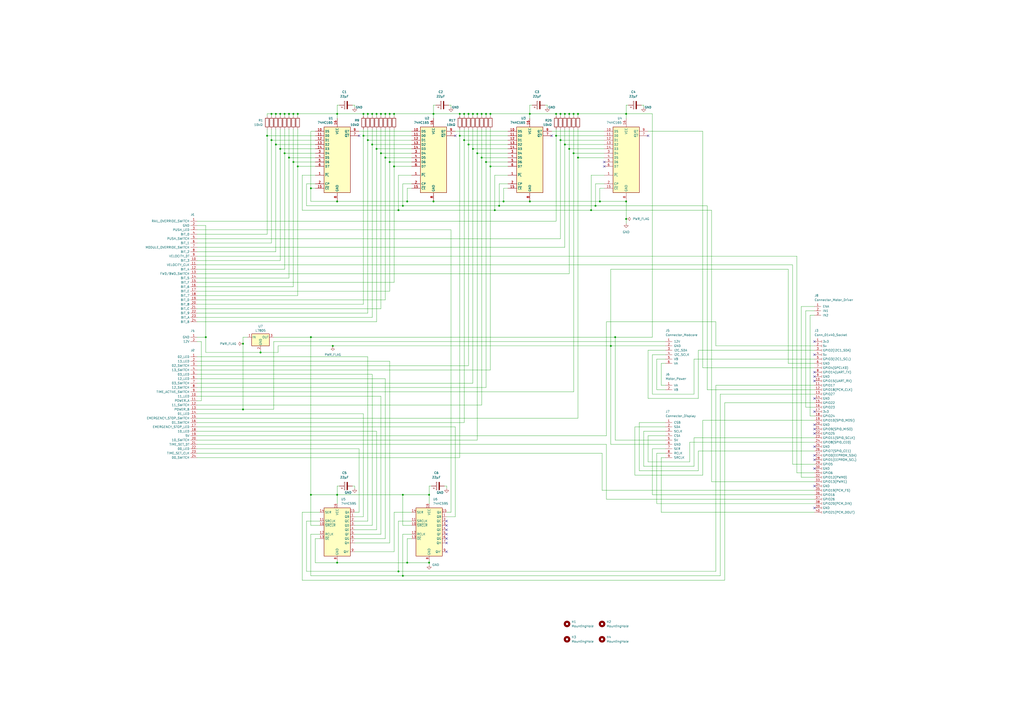
<source format=kicad_sch>
(kicad_sch (version 20230121) (generator eeschema)
  (paper "A2")
  (junction (at 151.13 204.47))
  (junction (at 226.06 66.04))
  (junction (at 170.18 66.04))
  (junction (at 233.68 334.01))
  (junction (at 354.33 200.66))
  (junction (at 276.86 66.04))
  (junction (at 213.36 66.04))
  (junction (at 165.1 66.04))
  (junction (at 195.58 326.39))
  (junction (at 180.34 109.22))
  (junction (at 281.94 66.04))
  (junction (at 363.22 66.04))
  (junction (at 140.97 199.39))
  (junction (at 325.12 66.04))
  (junction (at 218.44 86.36))
  (junction (at 172.72 66.04))
  (junction (at 269.24 66.04))
  (junction (at 213.36 81.28))
  (junction (at 167.64 91.44))
  (junction (at 157.48 66.04))
  (junction (at 251.46 66.04))
  (junction (at 276.86 88.9))
  (junction (at 279.4 91.44))
  (junction (at 160.02 66.04))
  (junction (at 180.34 195.58))
  (junction (at 271.78 66.04))
  (junction (at 307.34 66.04))
  (junction (at 215.9 66.04))
  (junction (at 248.92 326.39))
  (junction (at 228.6 96.52))
  (junction (at 233.68 287.02))
  (junction (at 248.92 287.02))
  (junction (at 347.98 116.84))
  (junction (at 210.82 66.04))
  (junction (at 281.94 93.98))
  (junction (at 332.74 66.04))
  (junction (at 195.58 116.84))
  (junction (at 279.4 66.04))
  (junction (at 231.14 121.92))
  (junction (at 218.44 66.04))
  (junction (at 220.98 88.9))
  (junction (at 345.44 119.38))
  (junction (at 195.58 287.02))
  (junction (at 223.52 66.04))
  (junction (at 271.78 83.82))
  (junction (at 330.2 86.36))
  (junction (at 274.32 86.36))
  (junction (at 335.28 91.44))
  (junction (at 274.32 66.04))
  (junction (at 287.02 121.92))
  (junction (at 210.82 78.74))
  (junction (at 228.6 66.04))
  (junction (at 165.1 88.9))
  (junction (at 157.48 81.28))
  (junction (at 233.68 119.38))
  (junction (at 284.48 66.04))
  (junction (at 236.22 116.84))
  (junction (at 119.38 195.58))
  (junction (at 307.34 116.84))
  (junction (at 154.94 78.74))
  (junction (at 180.34 287.02))
  (junction (at 223.52 91.44))
  (junction (at 330.2 66.04))
  (junction (at 266.7 78.74))
  (junction (at 269.24 81.28))
  (junction (at 332.74 88.9))
  (junction (at 322.58 66.04))
  (junction (at 284.48 96.52))
  (junction (at 226.06 93.98))
  (junction (at 167.64 66.04))
  (junction (at 335.28 66.04))
  (junction (at 342.9 121.92))
  (junction (at 363.22 127))
  (junction (at 220.98 66.04))
  (junction (at 236.22 326.39))
  (junction (at 162.56 86.36))
  (junction (at 266.7 66.04))
  (junction (at 289.56 119.38))
  (junction (at 327.66 66.04))
  (junction (at 215.9 83.82))
  (junction (at 251.46 116.84))
  (junction (at 292.1 116.84))
  (junction (at 195.58 66.04))
  (junction (at 325.12 81.28))
  (junction (at 162.56 66.04))
  (junction (at 327.66 83.82))
  (junction (at 160.02 83.82))
  (junction (at 322.58 78.74))
  (junction (at 193.04 200.66))
  (junction (at 170.18 93.98))
  (junction (at 356.87 195.58))
  (junction (at 172.72 96.52))
  (junction (at 140.97 237.49))
  (junction (at 363.22 116.84))
  (junction (at 231.14 331.47))
  (no_connect (at 472.44 294.64))
  (no_connect (at 472.44 231.14))
  (no_connect (at 472.44 251.46))
  (no_connect (at 472.44 218.44))
  (no_connect (at 375.92 78.74))
  (no_connect (at 320.04 78.74))
  (no_connect (at 259.08 304.8))
  (no_connect (at 472.44 271.78))
  (no_connect (at 472.44 259.08))
  (no_connect (at 259.08 312.42))
  (no_connect (at 472.44 205.74))
  (no_connect (at 472.44 281.94))
  (no_connect (at 472.44 215.9))
  (no_connect (at 472.44 264.16))
  (no_connect (at 259.08 307.34))
  (no_connect (at 472.44 266.7))
  (no_connect (at 472.44 248.92))
  (no_connect (at 259.08 309.88))
  (no_connect (at 259.08 302.26))
  (no_connect (at 472.44 220.98))
  (no_connect (at 350.52 93.98))
  (no_connect (at 208.28 78.74))
  (no_connect (at 259.08 320.04))
  (no_connect (at 259.08 314.96))
  (no_connect (at 472.44 238.76))
  (no_connect (at 264.16 78.74))
  (no_connect (at 472.44 246.38))
  (no_connect (at 472.44 198.12))
  (no_connect (at 350.52 96.52))
  (wire (pts (xy 215.9 66.04) (xy 218.44 66.04)))
  (wire (pts (xy 220.98 66.04) (xy 220.98 67.31)))
  (wire (pts (xy 386.08 265.43) (xy 383.54 265.43)))
  (wire (pts (xy 223.52 74.93) (xy 223.52 91.44)))
  (wire (pts (xy 228.6 74.93) (xy 228.6 96.52)))
  (wire (pts (xy 330.2 74.93) (xy 330.2 86.36)))
  (wire (pts (xy 269.24 66.04) (xy 269.24 67.31)))
  (wire (pts (xy 226.06 74.93) (xy 226.06 93.98)))
  (wire (pts (xy 356.87 195.58) (xy 378.46 195.58)))
  (wire (pts (xy 114.3 148.59) (xy 462.28 148.59)))
  (wire (pts (xy 405.13 273.05) (xy 405.13 261.62)))
  (wire (pts (xy 269.24 245.11) (xy 114.3 245.11)))
  (wire (pts (xy 356.87 255.27) (xy 386.08 255.27)))
  (wire (pts (xy 172.72 96.52) (xy 182.88 96.52)))
  (wire (pts (xy 205.74 281.94) (xy 205.74 283.21)))
  (wire (pts (xy 462.28 274.32) (xy 472.44 274.32)))
  (wire (pts (xy 464.82 177.8) (xy 464.82 276.86)))
  (wire (pts (xy 226.06 66.04) (xy 228.6 66.04)))
  (wire (pts (xy 325.12 81.28) (xy 325.12 138.43)))
  (wire (pts (xy 271.78 66.04) (xy 271.78 67.31)))
  (wire (pts (xy 276.86 66.04) (xy 276.86 67.31)))
  (wire (pts (xy 386.08 252.73) (xy 375.92 252.73)))
  (wire (pts (xy 114.3 184.15) (xy 215.9 184.15)))
  (wire (pts (xy 266.7 66.04) (xy 266.7 67.31)))
  (wire (pts (xy 457.2 210.82) (xy 457.2 156.21)))
  (wire (pts (xy 236.22 116.84) (xy 251.46 116.84)))
  (wire (pts (xy 322.58 66.04) (xy 322.58 67.31)))
  (wire (pts (xy 351.79 257.81) (xy 351.79 289.56)))
  (wire (pts (xy 342.9 101.6) (xy 350.52 101.6)))
  (wire (pts (xy 383.54 297.18) (xy 472.44 297.18)))
  (wire (pts (xy 412.75 279.4) (xy 472.44 279.4)))
  (wire (pts (xy 349.25 284.48) (xy 472.44 284.48)))
  (wire (pts (xy 294.64 91.44) (xy 279.4 91.44)))
  (wire (pts (xy 182.88 312.42) (xy 182.88 326.39)))
  (wire (pts (xy 332.74 88.9) (xy 332.74 227.33)))
  (wire (pts (xy 281.94 74.93) (xy 281.94 93.98)))
  (wire (pts (xy 218.44 66.04) (xy 218.44 67.31)))
  (wire (pts (xy 226.06 168.91) (xy 114.3 168.91)))
  (wire (pts (xy 170.18 166.37) (xy 170.18 93.98)))
  (wire (pts (xy 335.28 91.44) (xy 350.52 91.44)))
  (wire (pts (xy 182.88 109.22) (xy 180.34 109.22)))
  (wire (pts (xy 335.28 66.04) (xy 335.28 67.31)))
  (wire (pts (xy 172.72 66.04) (xy 172.72 67.31)))
  (wire (pts (xy 417.83 228.6) (xy 472.44 228.6)))
  (wire (pts (xy 257.81 281.94) (xy 259.08 281.94)))
  (wire (pts (xy 284.48 96.52) (xy 284.48 214.63)))
  (wire (pts (xy 407.67 213.36) (xy 472.44 213.36)))
  (wire (pts (xy 157.48 81.28) (xy 182.88 81.28)))
  (wire (pts (xy 165.1 88.9) (xy 182.88 88.9)))
  (wire (pts (xy 162.56 74.93) (xy 162.56 86.36)))
  (wire (pts (xy 167.64 161.29) (xy 167.64 91.44)))
  (wire (pts (xy 205.74 299.72) (xy 210.82 299.72)))
  (wire (pts (xy 457.2 156.21) (xy 354.33 156.21)))
  (wire (pts (xy 368.3 275.59) (xy 407.67 275.59)))
  (wire (pts (xy 251.46 116.84) (xy 292.1 116.84)))
  (wire (pts (xy 405.13 261.62) (xy 472.44 261.62)))
  (wire (pts (xy 386.08 250.19) (xy 373.38 250.19)))
  (wire (pts (xy 375.92 76.2) (xy 407.67 76.2)))
  (wire (pts (xy 218.44 66.04) (xy 220.98 66.04)))
  (wire (pts (xy 195.58 326.39) (xy 236.22 326.39)))
  (wire (pts (xy 160.02 83.82) (xy 182.88 83.82)))
  (wire (pts (xy 218.44 74.93) (xy 218.44 86.36)))
  (wire (pts (xy 351.79 252.73) (xy 114.3 252.73)))
  (wire (pts (xy 354.33 200.66) (xy 386.08 200.66)))
  (wire (pts (xy 386.08 203.2) (xy 375.92 203.2)))
  (wire (pts (xy 248.92 281.94) (xy 250.19 281.94)))
  (wire (pts (xy 165.1 156.21) (xy 165.1 88.9)))
  (wire (pts (xy 407.67 275.59) (xy 407.67 243.84)))
  (wire (pts (xy 185.42 304.8) (xy 180.34 304.8)))
  (wire (pts (xy 233.68 309.88) (xy 233.68 334.01)))
  (wire (pts (xy 375.92 203.2) (xy 375.92 231.14)))
  (wire (pts (xy 238.76 91.44) (xy 223.52 91.44)))
  (wire (pts (xy 157.48 66.04) (xy 157.48 67.31)))
  (wire (pts (xy 325.12 66.04) (xy 327.66 66.04)))
  (wire (pts (xy 363.22 116.84) (xy 363.22 127)))
  (wire (pts (xy 464.82 276.86) (xy 472.44 276.86)))
  (wire (pts (xy 161.29 204.47) (xy 161.29 200.66)))
  (wire (pts (xy 259.08 281.94) (xy 259.08 283.21)))
  (wire (pts (xy 259.08 297.18) (xy 261.62 297.18)))
  (wire (pts (xy 233.68 287.02) (xy 233.68 304.8)))
  (wire (pts (xy 378.46 228.6) (xy 402.59 228.6)))
  (wire (pts (xy 213.36 207.01) (xy 213.36 302.26)))
  (wire (pts (xy 238.76 106.68) (xy 233.68 106.68)))
  (wire (pts (xy 294.64 93.98) (xy 281.94 93.98)))
  (wire (pts (xy 233.68 106.68) (xy 233.68 119.38)))
  (wire (pts (xy 205.74 320.04) (xy 228.6 320.04)))
  (wire (pts (xy 162.56 151.13) (xy 162.56 86.36)))
  (wire (pts (xy 269.24 74.93) (xy 269.24 81.28)))
  (wire (pts (xy 462.28 148.59) (xy 462.28 274.32)))
  (wire (pts (xy 114.3 219.71) (xy 223.52 219.71)))
  (wire (pts (xy 233.68 119.38) (xy 289.56 119.38)))
  (wire (pts (xy 114.3 181.61) (xy 213.36 181.61)))
  (wire (pts (xy 266.7 66.04) (xy 269.24 66.04)))
  (wire (pts (xy 335.28 66.04) (xy 363.22 66.04)))
  (wire (pts (xy 383.54 210.82) (xy 383.54 223.52)))
  (wire (pts (xy 294.64 83.82) (xy 271.78 83.82)))
  (wire (pts (xy 294.64 88.9) (xy 276.86 88.9)))
  (wire (pts (xy 161.29 200.66) (xy 193.04 200.66)))
  (wire (pts (xy 386.08 262.89) (xy 381 262.89)))
  (wire (pts (xy 383.54 265.43) (xy 383.54 297.18)))
  (wire (pts (xy 381 292.1) (xy 472.44 292.1)))
  (wire (pts (xy 165.1 66.04) (xy 165.1 67.31)))
  (wire (pts (xy 228.6 163.83) (xy 114.3 163.83)))
  (wire (pts (xy 402.59 228.6) (xy 402.59 208.28)))
  (wire (pts (xy 195.58 116.84) (xy 236.22 116.84)))
  (wire (pts (xy 322.58 128.27) (xy 114.3 128.27)))
  (wire (pts (xy 151.13 204.47) (xy 151.13 203.2)))
  (wire (pts (xy 281.94 224.79) (xy 114.3 224.79)))
  (wire (pts (xy 325.12 74.93) (xy 325.12 81.28)))
  (wire (pts (xy 251.46 68.58) (xy 251.46 66.04)))
  (wire (pts (xy 407.67 76.2) (xy 407.67 213.36)))
  (wire (pts (xy 119.38 130.81) (xy 114.3 130.81)))
  (wire (pts (xy 386.08 260.35) (xy 378.46 260.35)))
  (wire (pts (xy 274.32 74.93) (xy 274.32 86.36)))
  (wire (pts (xy 160.02 66.04) (xy 162.56 66.04)))
  (wire (pts (xy 210.82 78.74) (xy 210.82 176.53)))
  (wire (pts (xy 472.44 200.66) (xy 415.29 200.66)))
  (wire (pts (xy 213.36 66.04) (xy 213.36 67.31)))
  (wire (pts (xy 231.14 101.6) (xy 231.14 121.92)))
  (wire (pts (xy 378.46 205.74) (xy 378.46 228.6)))
  (wire (pts (xy 327.66 83.82) (xy 327.66 143.51)))
  (wire (pts (xy 294.64 109.22) (xy 292.1 109.22)))
  (wire (pts (xy 266.7 265.43) (xy 114.3 265.43)))
  (wire (pts (xy 248.92 326.39) (xy 248.92 327.66)))
  (wire (pts (xy 223.52 219.71) (xy 223.52 312.42)))
  (wire (pts (xy 363.22 127) (xy 363.22 129.54)))
  (wire (pts (xy 204.47 281.94) (xy 205.74 281.94)))
  (wire (pts (xy 167.64 66.04) (xy 167.64 67.31)))
  (wire (pts (xy 375.92 231.14) (xy 405.13 231.14)))
  (wire (pts (xy 400.05 267.97) (xy 400.05 256.54)))
  (wire (pts (xy 332.74 227.33) (xy 114.3 227.33)))
  (wire (pts (xy 248.92 287.02) (xy 248.92 281.94)))
  (wire (pts (xy 205.74 302.26) (xy 213.36 302.26)))
  (wire (pts (xy 420.37 336.55) (xy 420.37 233.68)))
  (wire (pts (xy 114.3 250.19) (xy 218.44 250.19)))
  (wire (pts (xy 213.36 74.93) (xy 213.36 81.28)))
  (wire (pts (xy 238.76 83.82) (xy 215.9 83.82)))
  (wire (pts (xy 330.2 66.04) (xy 330.2 67.31)))
  (wire (pts (xy 284.48 66.04) (xy 307.34 66.04)))
  (wire (pts (xy 154.94 66.04) (xy 157.48 66.04)))
  (wire (pts (xy 213.36 66.04) (xy 215.9 66.04)))
  (wire (pts (xy 165.1 74.93) (xy 165.1 88.9)))
  (wire (pts (xy 261.62 297.18) (xy 261.62 133.35)))
  (wire (pts (xy 307.34 66.04) (xy 322.58 66.04)))
  (wire (pts (xy 281.94 66.04) (xy 284.48 66.04)))
  (wire (pts (xy 248.92 292.1) (xy 248.92 287.02)))
  (wire (pts (xy 167.64 91.44) (xy 182.88 91.44)))
  (wire (pts (xy 261.62 133.35) (xy 114.3 133.35)))
  (wire (pts (xy 114.3 153.67) (xy 459.74 153.67)))
  (wire (pts (xy 231.14 331.47) (xy 415.29 331.47)))
  (wire (pts (xy 400.05 256.54) (xy 472.44 256.54)))
  (wire (pts (xy 279.4 234.95) (xy 114.3 234.95)))
  (wire (pts (xy 368.3 247.65) (xy 368.3 275.59)))
  (wire (pts (xy 378.46 287.02) (xy 472.44 287.02)))
  (wire (pts (xy 342.9 121.92) (xy 342.9 101.6)))
  (wire (pts (xy 160.02 146.05) (xy 160.02 83.82)))
  (wire (pts (xy 327.66 66.04) (xy 327.66 67.31)))
  (wire (pts (xy 345.44 106.68) (xy 345.44 119.38)))
  (wire (pts (xy 180.34 309.88) (xy 180.34 334.01)))
  (wire (pts (xy 205.74 312.42) (xy 223.52 312.42)))
  (wire (pts (xy 210.82 240.03) (xy 210.82 299.72)))
  (wire (pts (xy 195.58 60.96) (xy 195.58 66.04)))
  (wire (pts (xy 182.88 326.39) (xy 195.58 326.39)))
  (wire (pts (xy 220.98 74.93) (xy 220.98 88.9)))
  (wire (pts (xy 294.64 81.28) (xy 269.24 81.28)))
  (wire (pts (xy 175.26 336.55) (xy 420.37 336.55)))
  (wire (pts (xy 175.26 297.18) (xy 175.26 336.55)))
  (wire (pts (xy 215.9 74.93) (xy 215.9 83.82)))
  (wire (pts (xy 157.48 140.97) (xy 157.48 81.28)))
  (wire (pts (xy 335.28 91.44) (xy 335.28 242.57)))
  (wire (pts (xy 274.32 86.36) (xy 274.32 222.25)))
  (wire (pts (xy 158.75 198.12) (xy 386.08 198.12)))
  (wire (pts (xy 354.33 156.21) (xy 354.33 200.66)))
  (wire (pts (xy 116.84 198.12) (xy 116.84 232.41)))
  (wire (pts (xy 271.78 83.82) (xy 271.78 212.09)))
  (wire (pts (xy 238.76 101.6) (xy 231.14 101.6)))
  (wire (pts (xy 287.02 121.92) (xy 342.9 121.92)))
  (wire (pts (xy 195.58 66.04) (xy 210.82 66.04)))
  (wire (pts (xy 472.44 182.88) (xy 469.9 182.88)))
  (wire (pts (xy 116.84 232.41) (xy 114.3 232.41)))
  (wire (pts (xy 162.56 66.04) (xy 162.56 67.31)))
  (wire (pts (xy 195.58 287.02) (xy 233.68 287.02)))
  (wire (pts (xy 402.59 270.51) (xy 402.59 254)))
  (wire (pts (xy 266.7 78.74) (xy 266.7 265.43)))
  (wire (pts (xy 467.36 236.22) (xy 472.44 236.22)))
  (wire (pts (xy 381 226.06) (xy 381 208.28)))
  (wire (pts (xy 327.66 74.93) (xy 327.66 83.82)))
  (wire (pts (xy 248.92 325.12) (xy 248.92 326.39)))
  (wire (pts (xy 289.56 119.38) (xy 289.56 106.68)))
  (wire (pts (xy 220.98 229.87) (xy 220.98 309.88)))
  (wire (pts (xy 363.22 66.04) (xy 363.22 68.58)))
  (wire (pts (xy 383.54 223.52) (xy 386.08 223.52)))
  (wire (pts (xy 140.97 237.49) (xy 140.97 199.39)))
  (wire (pts (xy 210.82 66.04) (xy 210.82 67.31)))
  (wire (pts (xy 330.2 158.75) (xy 114.3 158.75)))
  (wire (pts (xy 114.3 140.97) (xy 157.48 140.97)))
  (wire (pts (xy 205.74 60.96) (xy 204.47 60.96)))
  (wire (pts (xy 114.3 156.21) (xy 165.1 156.21)))
  (wire (pts (xy 238.76 88.9) (xy 220.98 88.9)))
  (wire (pts (xy 251.46 66.04) (xy 251.46 60.96)))
  (wire (pts (xy 459.74 153.67) (xy 459.74 269.24)))
  (wire (pts (xy 342.9 121.92) (xy 412.75 121.92)))
  (wire (pts (xy 410.21 226.06) (xy 472.44 226.06)))
  (wire (pts (xy 154.94 66.04) (xy 154.94 67.31)))
  (wire (pts (xy 119.38 204.47) (xy 151.13 204.47)))
  (wire (pts (xy 114.3 262.89) (xy 349.25 262.89)))
  (wire (pts (xy 238.76 86.36) (xy 218.44 86.36)))
  (wire (pts (xy 175.26 297.18) (xy 185.42 297.18)))
  (wire (pts (xy 316.23 60.96) (xy 317.5 60.96)))
  (wire (pts (xy 351.79 186.69) (xy 415.29 186.69)))
  (wire (pts (xy 307.34 116.84) (xy 347.98 116.84)))
  (wire (pts (xy 322.58 78.74) (xy 322.58 128.27)))
  (wire (pts (xy 287.02 121.92) (xy 287.02 101.6)))
  (wire (pts (xy 327.66 143.51) (xy 114.3 143.51)))
  (wire (pts (xy 151.13 204.47) (xy 161.29 204.47)))
  (wire (pts (xy 157.48 66.04) (xy 160.02 66.04)))
  (wire (pts (xy 405.13 231.14) (xy 405.13 203.2)))
  (wire (pts (xy 238.76 109.22) (xy 236.22 109.22)))
  (wire (pts (xy 180.34 304.8) (xy 180.34 287.02)))
  (wire (pts (xy 193.04 200.66) (xy 354.33 200.66)))
  (wire (pts (xy 417.83 334.01) (xy 417.83 228.6)))
  (wire (pts (xy 351.79 289.56) (xy 472.44 289.56)))
  (wire (pts (xy 351.79 186.69) (xy 351.79 252.73)))
  (wire (pts (xy 228.6 320.04) (xy 228.6 297.18)))
  (wire (pts (xy 205.74 304.8) (xy 215.9 304.8)))
  (wire (pts (xy 223.52 91.44) (xy 223.52 173.99)))
  (wire (pts (xy 284.48 74.93) (xy 284.48 96.52)))
  (wire (pts (xy 378.46 195.58) (xy 378.46 66.04)))
  (wire (pts (xy 402.59 254) (xy 472.44 254)))
  (wire (pts (xy 119.38 195.58) (xy 119.38 130.81)))
  (wire (pts (xy 284.48 66.04) (xy 284.48 67.31)))
  (wire (pts (xy 274.32 66.04) (xy 276.86 66.04)))
  (wire (pts (xy 364.49 60.96) (xy 363.22 60.96)))
  (wire (pts (xy 233.68 309.88) (xy 238.76 309.88)))
  (wire (pts (xy 215.9 217.17) (xy 215.9 304.8)))
  (wire (pts (xy 322.58 78.74) (xy 350.52 78.74)))
  (wire (pts (xy 410.21 119.38) (xy 410.21 226.06)))
  (wire (pts (xy 140.97 195.58) (xy 143.51 195.58)))
  (wire (pts (xy 233.68 334.01) (xy 417.83 334.01)))
  (wire (pts (xy 185.42 312.42) (xy 182.88 312.42)))
  (wire (pts (xy 238.76 78.74) (xy 210.82 78.74)))
  (wire (pts (xy 140.97 199.39) (xy 140.97 195.58)))
  (wire (pts (xy 195.58 60.96) (xy 196.85 60.96)))
  (wire (pts (xy 162.56 86.36) (xy 182.88 86.36)))
  (wire (pts (xy 180.34 195.58) (xy 180.34 287.02)))
  (wire (pts (xy 322.58 74.93) (xy 322.58 78.74)))
  (wire (pts (xy 472.44 180.34) (xy 467.36 180.34)))
  (wire (pts (xy 292.1 116.84) (xy 307.34 116.84)))
  (wire (pts (xy 274.32 86.36) (xy 294.64 86.36)))
  (wire (pts (xy 182.88 106.68) (xy 177.8 106.68)))
  (wire (pts (xy 154.94 135.89) (xy 114.3 135.89)))
  (wire (pts (xy 172.72 171.45) (xy 172.72 96.52)))
  (wire (pts (xy 327.66 66.04) (xy 330.2 66.04)))
  (wire (pts (xy 213.36 81.28) (xy 213.36 181.61)))
  (wire (pts (xy 226.06 93.98) (xy 226.06 168.91)))
  (wire (pts (xy 236.22 109.22) (xy 236.22 116.84)))
  (wire (pts (xy 472.44 210.82) (xy 457.2 210.82)))
  (wire (pts (xy 195.58 66.04) (xy 195.58 68.58)))
  (wire (pts (xy 251.46 60.96) (xy 252.73 60.96)))
  (wire (pts (xy 294.64 78.74) (xy 266.7 78.74)))
  (wire (pts (xy 114.3 146.05) (xy 160.02 146.05)))
  (wire (pts (xy 420.37 233.68) (xy 472.44 233.68)))
  (wire (pts (xy 276.86 66.04) (xy 279.4 66.04)))
  (wire (pts (xy 370.84 245.11) (xy 386.08 245.11)))
  (wire (pts (xy 205.74 62.23) (xy 205.74 60.96)))
  (wire (pts (xy 114.3 229.87) (xy 220.98 229.87)))
  (wire (pts (xy 238.76 93.98) (xy 226.06 93.98)))
  (wire (pts (xy 154.94 74.93) (xy 154.94 78.74)))
  (wire (pts (xy 170.18 66.04) (xy 172.72 66.04)))
  (wire (pts (xy 308.61 60.96) (xy 307.34 60.96)))
  (wire (pts (xy 330.2 86.36) (xy 350.52 86.36)))
  (wire (pts (xy 264.16 76.2) (xy 294.64 76.2)))
  (wire (pts (xy 317.5 60.96) (xy 317.5 62.23)))
  (wire (pts (xy 180.34 109.22) (xy 180.34 116.84)))
  (wire (pts (xy 415.29 223.52) (xy 472.44 223.52)))
  (wire (pts (xy 180.34 195.58) (xy 356.87 195.58)))
  (wire (pts (xy 158.75 237.49) (xy 158.75 198.12)))
  (wire (pts (xy 370.84 273.05) (xy 405.13 273.05)))
  (wire (pts (xy 307.34 66.04) (xy 307.34 68.58)))
  (wire (pts (xy 177.8 331.47) (xy 231.14 331.47)))
  (wire (pts (xy 332.74 66.04) (xy 335.28 66.04)))
  (wire (pts (xy 215.9 83.82) (xy 215.9 184.15)))
  (wire (pts (xy 236.22 312.42) (xy 236.22 326.39)))
  (wire (pts (xy 114.3 198.12) (xy 116.84 198.12)))
  (wire (pts (xy 356.87 195.58) (xy 356.87 255.27)))
  (wire (pts (xy 180.34 334.01) (xy 233.68 334.01)))
  (wire (pts (xy 415.29 331.47) (xy 415.29 223.52)))
  (wire (pts (xy 231.14 302.26) (xy 231.14 331.47)))
  (wire (pts (xy 185.42 309.88) (xy 180.34 309.88)))
  (wire (pts (xy 114.3 237.49) (xy 140.97 237.49)))
  (wire (pts (xy 170.18 66.04) (xy 170.18 67.31)))
  (wire (pts (xy 231.14 121.92) (xy 287.02 121.92)))
  (wire (pts (xy 220.98 88.9) (xy 220.98 179.07)))
  (wire (pts (xy 402.59 208.28) (xy 472.44 208.28)))
  (wire (pts (xy 114.3 257.81) (xy 351.79 257.81)))
  (wire (pts (xy 292.1 109.22) (xy 292.1 116.84)))
  (wire (pts (xy 467.36 180.34) (xy 467.36 236.22)))
  (wire (pts (xy 251.46 66.04) (xy 266.7 66.04)))
  (wire (pts (xy 140.97 237.49) (xy 158.75 237.49)))
  (wire (pts (xy 294.64 96.52) (xy 284.48 96.52)))
  (wire (pts (xy 162.56 66.04) (xy 165.1 66.04)))
  (wire (pts (xy 238.76 96.52) (xy 228.6 96.52)))
  (wire (pts (xy 238.76 302.26) (xy 231.14 302.26)))
  (wire (pts (xy 335.28 74.93) (xy 335.28 91.44)))
  (wire (pts (xy 469.9 182.88) (xy 469.9 241.3)))
  (wire (pts (xy 347.98 109.22) (xy 347.98 116.84)))
  (wire (pts (xy 378.46 66.04) (xy 363.22 66.04)))
  (wire (pts (xy 210.82 176.53) (xy 114.3 176.53)))
  (wire (pts (xy 370.84 245.11) (xy 370.84 273.05)))
  (wire (pts (xy 238.76 312.42) (xy 236.22 312.42)))
  (wire (pts (xy 175.26 101.6) (xy 175.26 121.92)))
  (wire (pts (xy 215.9 66.04) (xy 215.9 67.31)))
  (wire (pts (xy 114.3 207.01) (xy 213.36 207.01)))
  (wire (pts (xy 114.3 151.13) (xy 162.56 151.13)))
  (wire (pts (xy 350.52 106.68) (xy 345.44 106.68)))
  (wire (pts (xy 372.11 60.96) (xy 373.38 60.96)))
  (wire (pts (xy 261.62 60.96) (xy 261.62 62.23)))
  (wire (pts (xy 218.44 86.36) (xy 218.44 186.69)))
  (wire (pts (xy 279.4 91.44) (xy 279.4 234.95)))
  (wire (pts (xy 350.52 109.22) (xy 347.98 109.22)))
  (wire (pts (xy 259.08 299.72) (xy 264.16 299.72)))
  (wire (pts (xy 177.8 302.26) (xy 185.42 302.26)))
  (wire (pts (xy 320.04 76.2) (xy 350.52 76.2)))
  (wire (pts (xy 327.66 83.82) (xy 350.52 83.82)))
  (wire (pts (xy 386.08 205.74) (xy 378.46 205.74)))
  (wire (pts (xy 238.76 304.8) (xy 233.68 304.8)))
  (wire (pts (xy 279.4 66.04) (xy 281.94 66.04)))
  (wire (pts (xy 182.88 76.2) (xy 180.34 76.2)))
  (wire (pts (xy 405.13 203.2) (xy 472.44 203.2)))
  (wire (pts (xy 177.8 119.38) (xy 233.68 119.38)))
  (wire (pts (xy 271.78 66.04) (xy 274.32 66.04)))
  (wire (pts (xy 195.58 287.02) (xy 195.58 281.94)))
  (wire (pts (xy 195.58 281.94) (xy 196.85 281.94)))
  (wire (pts (xy 281.94 93.98) (xy 281.94 224.79)))
  (wire (pts (xy 375.92 252.73) (xy 375.92 267.97)))
  (wire (pts (xy 114.3 195.58) (xy 119.38 195.58)))
  (wire (pts (xy 373.38 250.19) (xy 373.38 270.51)))
  (wire (pts (xy 472.44 177.8) (xy 464.82 177.8)))
  (wire (pts (xy 226.06 66.04) (xy 226.06 67.31)))
  (wire (pts (xy 276.86 88.9) (xy 276.86 255.27)))
  (wire (pts (xy 373.38 60.96) (xy 373.38 62.23)))
  (wire (pts (xy 287.02 101.6) (xy 294.64 101.6)))
  (wire (pts (xy 386.08 247.65) (xy 368.3 247.65)))
  (wire (pts (xy 154.94 78.74) (xy 154.94 135.89)))
  (wire (pts (xy 228.6 66.04) (xy 228.6 67.31)))
  (wire (pts (xy 114.3 240.03) (xy 210.82 240.03)))
  (wire (pts (xy 180.34 76.2) (xy 180.34 109.22)))
  (wire (pts (xy 195.58 325.12) (xy 195.58 326.39)))
  (wire (pts (xy 208.28 76.2) (xy 238.76 76.2)))
  (wire (pts (xy 274.32 222.25) (xy 114.3 222.25)))
  (wire (pts (xy 165.1 66.04) (xy 167.64 66.04)))
  (wire (pts (xy 223.52 66.04) (xy 226.06 66.04)))
  (wire (pts (xy 332.74 66.04) (xy 332.74 67.31)))
  (wire (pts (xy 260.35 60.96) (xy 261.62 60.96)))
  (wire (pts (xy 269.24 81.28) (xy 269.24 245.11)))
  (wire (pts (xy 349.25 262.89) (xy 349.25 284.48)))
  (wire (pts (xy 218.44 250.19) (xy 218.44 307.34)))
  (wire (pts (xy 284.48 214.63) (xy 114.3 214.63)))
  (wire (pts (xy 386.08 226.06) (xy 381 226.06)))
  (wire (pts (xy 182.88 101.6) (xy 175.26 101.6)))
  (wire (pts (xy 289.56 106.68) (xy 294.64 106.68)))
  (wire (pts (xy 276.86 74.93) (xy 276.86 88.9)))
  (wire (pts (xy 175.26 121.92) (xy 231.14 121.92)))
  (wire (pts (xy 226.06 209.55) (xy 226.06 314.96)))
  (wire (pts (xy 332.74 88.9) (xy 350.52 88.9)))
  (wire (pts (xy 386.08 257.81) (xy 354.33 257.81)))
  (wire (pts (xy 279.4 66.04) (xy 279.4 67.31)))
  (wire (pts (xy 307.34 60.96) (xy 307.34 66.04)))
  (wire (pts (xy 363.22 60.96) (xy 363.22 66.04)))
  (wire (pts (xy 236.22 326.39) (xy 248.92 326.39)))
  (wire (pts (xy 210.82 66.04) (xy 213.36 66.04)))
  (wire (pts (xy 325.12 66.04) (xy 325.12 67.31)))
  (wire (pts (xy 386.08 210.82) (xy 383.54 210.82)))
  (wire (pts (xy 167.64 74.93) (xy 167.64 91.44)))
  (wire (pts (xy 325.12 81.28) (xy 350.52 81.28)))
  (wire (pts (xy 167.64 66.04) (xy 170.18 66.04)))
  (wire (pts (xy 412.75 121.92) (xy 412.75 279.4)))
  (wire (pts (xy 233.68 287.02) (xy 248.92 287.02)))
  (wire (pts (xy 205.74 314.96) (xy 226.06 314.96)))
  (wire (pts (xy 114.3 217.17) (xy 215.9 217.17)))
  (wire (pts (xy 347.98 116.84) (xy 363.22 116.84)))
  (wire (pts (xy 210.82 74.93) (xy 210.82 78.74)))
  (wire (pts (xy 266.7 74.93) (xy 266.7 78.74)))
  (wire (pts (xy 271.78 74.93) (xy 271.78 83.82)))
  (wire (pts (xy 182.88 78.74) (xy 154.94 78.74)))
  (wire (pts (xy 172.72 66.04) (xy 195.58 66.04)))
  (wire (pts (xy 223.52 66.04) (xy 223.52 67.31)))
  (wire (pts (xy 157.48 74.93) (xy 157.48 81.28)))
  (wire (pts (xy 330.2 86.36) (xy 330.2 158.75)))
  (wire (pts (xy 459.74 269.24) (xy 472.44 269.24)))
  (wire (pts (xy 281.94 66.04) (xy 281.94 67.31)))
  (wire (pts (xy 228.6 96.52) (xy 228.6 163.83)))
  (wire (pts (xy 158.75 195.58) (xy 180.34 195.58)))
  (wire (pts (xy 208.28 260.35) (xy 208.28 297.18)))
  (wire (pts (xy 330.2 66.04) (xy 332.74 66.04)))
  (wire (pts (xy 335.28 242.57) (xy 114.3 242.57)))
  (wire (pts (xy 381 262.89) (xy 381 292.1)))
  (wire (pts (xy 220.98 179.07) (xy 114.3 179.07)))
  (wire (pts (xy 332.74 74.93) (xy 332.74 88.9)))
  (wire (pts (xy 407.67 243.84) (xy 472.44 243.84)))
  (wire (pts (xy 345.44 119.38) (xy 410.21 119.38)))
  (wire (pts (xy 180.34 116.84) (xy 195.58 116.84)))
  (wire (pts (xy 269.24 66.04) (xy 271.78 66.04)))
  (wire (pts (xy 322.58 66.04) (xy 325.12 66.04)))
  (wire (pts (xy 238.76 81.28) (xy 213.36 81.28)))
  (wire (pts (xy 223.52 173.99) (xy 114.3 173.99)))
  (wire (pts (xy 195.58 292.1) (xy 195.58 287.02)))
  (wire (pts (xy 205.74 307.34) (xy 218.44 307.34)))
  (wire (pts (xy 160.02 66.04) (xy 160.02 67.31)))
  (wire (pts (xy 264.16 299.72) (xy 264.16 247.65)))
  (wire (pts (xy 114.3 161.29) (xy 167.64 161.29)))
  (wire (pts (xy 271.78 212.09) (xy 114.3 212.09)))
  (wire (pts (xy 180.34 287.02) (xy 195.58 287.02)))
  (wire (pts (xy 228.6 297.18) (xy 238.76 297.18)))
  (wire (pts (xy 375.92 267.97) (xy 400.05 267.97)))
  (wire (pts (xy 415.29 200.66) (xy 415.29 186.69)))
  (wire (pts (xy 119.38 195.58) (xy 119.38 204.47)))
  (wire (pts (xy 205.74 297.18) (xy 208.28 297.18)))
  (wire (pts (xy 228.6 66.04) (xy 251.46 66.04)))
  (wire (pts (xy 264.16 247.65) (xy 114.3 247.65)))
  (wire (pts (xy 325.12 138.43) (xy 114.3 138.43)))
  (wire (pts (xy 205.74 309.88) (xy 220.98 309.88)))
  (wire (pts (xy 170.18 93.98) (xy 182.88 93.98)))
  (wire (pts (xy 220.98 66.04) (xy 223.52 66.04)))
  (wire (pts (xy 373.38 270.51) (xy 402.59 270.51)))
  (wire (pts (xy 279.4 74.93) (xy 279.4 91.44)))
  (wire (pts (xy 170.18 74.93) (xy 170.18 93.98)))
  (wire (pts (xy 345.44 119.38) (xy 289.56 119.38)))
  (wire (pts (xy 114.3 260.35) (xy 208.28 260.35)))
  (wire (pts (xy 172.72 74.93) (xy 172.72 96.52)))
  (wire (pts (xy 378.46 260.35) (xy 378.46 287.02)))
  (wire (pts (xy 274.32 66.04) (xy 274.32 67.31)))
  (wire (pts (xy 177.8 302.26) (xy 177.8 331.47)))
  (wire (pts (xy 114.3 171.45) (xy 172.72 171.45)))
  (wire (pts (xy 114.3 166.37) (xy 170.18 166.37)))
  (wire (pts (xy 114.3 186.69) (xy 218.44 186.69)))
  (wire (pts (xy 381 208.28) (xy 386.08 208.28)))
  (wire (pts (xy 114.3 209.55) (xy 226.06 209.55)))
  (wire (pts (xy 276.86 255.27) (xy 114.3 255.27)))
  (wire (pts (xy 177.8 106.68) (xy 177.8 119.38)))
  (wire (pts (xy 354.33 257.81) (xy 354.33 200.66)))
  (wire (pts (xy 160.02 74.93) (xy 160.02 83.82)))
  (wire (pts (xy 469.9 241.3) (xy 472.44 241.3)))
  (symbol (lib_id "power:GND") (at 363.22 129.54 0) (unit 1)
    (property "Reference" "#PWR08" (effects hide))
    (property "Value" "GND" (at 363.22 134.62 0))
  )
  (symbol (lib_id "Device:R") (at 167.64 71.12 0) (unit 1)
    (property "Reference" "R6" (effects hide))
    (property "Value" "10kΩ" (effects hide))
    (property "Footprint" "Resistor_SMD:R_1206_3216Metric_Pad1.30x1.75mm_HandSolder" (effects hide))
  )
  (symbol (lib_id "power:GND") (at 205.74 62.23 0) (unit 1)
    (property "Reference" "#PWR01" (effects hide))
    (property "Value" "GND" (at 208.28 62.23 0))
  )
  (symbol (lib_id "Device:R") (at 160.02 71.12 0) (unit 1)
    (property "Reference" "R3" (effects hide))
    (property "Value" "10kΩ" (effects hide))
    (property "Footprint" "Resistor_SMD:R_1206_3216Metric_Pad1.30x1.75mm_HandSolder" (effects hide))
  )
  (symbol (lib_id "Device:C_Polarized") (at 312.42 60.96 90) (unit 1)
    (property "Reference" "C3" (at 311.531 53.34 90))
    (property "Value" "22μF" (at 311.531 55.88 90))
    (property "Footprint" "Capacitor_SMD:CP_Elec_5x5.4" (effects hide))
  )
  (symbol (lib_id "custom:Power_Input") (at 112.395 192.405 0) (unit 1)
    (property "Reference" "J4" (at 111.76 191.77 0))
    (property "Value" "~" (at 112.395 192.405 0))
    (property "Footprint" "Connector_PinHeader_2.54mm:PinHeader_1x02_P2.54mm_Vertical" (effects hide))
  )
  (symbol (lib_id "custom:Motor_Power") (at 391.16 223.52 0) (mirror y) (unit 1)
    (property "Reference" "J6" (at 386.08 217.17 0) (effects (justify right)))
    (property "Value" "Motor_Power" (at 386.08 219.71 0) (effects (justify right)))
    (property "Footprint" "Connector_PinHeader_2.54mm:PinHeader_1x02_P2.54mm_Vertical" (effects hide))
  )
  (symbol (lib_id "custom:Connector_Display") (at 391.16 255.27 0) (mirror y) (unit 1)
    (property "Reference" "J7" (at 386.08 238.76 0) (effects (justify right)))
    (property "Value" "Connector_Display" (at 386.08 241.3 0) (effects (justify right)))
    (property "Footprint" "Connector_PinHeader_2.00mm:PinHeader_1x09_P2.00mm_Vertical" (effects hide))
  )
  (symbol (lib_id "Device:R") (at 172.72 71.12 0) (unit 1)
    (property "Reference" "R8" (effects hide))
    (property "Value" "10kΩ" (effects hide))
    (property "Footprint" "Resistor_SMD:R_1206_3216Metric_Pad1.30x1.75mm_HandSolder" (effects hide))
  )
  (symbol (lib_id "custom:Connector_Motor_Driver") (at 477.52 180.34 0) (mirror y) (unit 1)
    (property "Reference" "J8" (at 472.44 171.45 0) (effects (justify right)))
    (property "Value" "Connector_Motor_Driver" (at 472.44 173.99 0) (effects (justify right)))
    (property "Footprint" "Connector_PinHeader_2.54mm:PinHeader_1x03_P2.54mm_Vertical" (effects hide))
  )
  (symbol (lib_id "Device:R") (at 226.06 71.12 0) (unit 1)
    (property "Reference" "R15" (effects hide))
    (property "Value" "10kΩ" (effects hide))
    (property "Footprint" "Resistor_SMD:R_1206_3216Metric_Pad1.30x1.75mm_HandSolder" (effects hide))
  )
  (symbol (lib_id "Device:R") (at 215.9 71.12 0) (unit 1)
    (property "Reference" "R11" (effects hide))
    (property "Value" "10kΩ" (effects hide))
    (property "Footprint" "Resistor_SMD:R_1206_3216Metric_Pad1.30x1.75mm_HandSolder" (effects hide))
  )
  (symbol (lib_id "Device:R") (at 327.66 71.12 0) (unit 1)
    (property "Reference" "R27" (effects hide))
    (property "Value" "10kΩ" (effects hide))
    (property "Footprint" "Resistor_SMD:R_1206_3216Metric_Pad1.30x1.75mm_HandSolder" (effects hide))
  )
  (symbol (lib_id "Device:R") (at 165.1 71.12 0) (unit 1)
    (property "Reference" "R5" (effects hide))
    (property "Value" "10kΩ" (effects hide))
    (property "Footprint" "Resistor_SMD:R_1206_3216Metric_Pad1.30x1.75mm_HandSolder" (effects hide))
  )
  (symbol (lib_id "Device:R") (at 279.4 71.12 0) (unit 1)
    (property "Reference" "R22" (effects hide))
    (property "Value" "10kΩ" (effects hide))
    (property "Footprint" "Resistor_SMD:R_1206_3216Metric_Pad1.30x1.75mm_HandSolder" (effects hide))
  )
  (symbol (lib_id "Mechanical:MountingHole") (at 349.25 361.95 0) (unit 1)
    (property "Reference" "H2" (at 351.79 360.68 0) (effects (justify left)))
    (property "Value" "MountingHole" (at 351.79 363.22 0) (effects (justify left)))
    (property "Footprint" "MountingHole:MountingHole_2.5mm" (effects hide))
  )
  (symbol (lib_id "power:GND") (at 317.5 62.23 0) (unit 1)
    (property "Reference" "#PWR03" (effects hide))
    (property "Value" "GND" (at 320.04 62.23 0))
  )
  (symbol (lib_id "Device:C_Polarized") (at 254 281.94 90) (unit 1)
    (property "Reference" "C6" (at 253.111 274.32 90))
    (property "Value" "22μF" (at 253.111 276.86 90))
    (property "Footprint" "Capacitor_SMD:CP_Elec_5x5.4" (effects hide))
  )
  (symbol (lib_id "power:GND") (at 259.08 283.21 0) (unit 1)
    (property "Reference" "#PWR06" (effects hide))
    (property "Value" "GND" (at 255.27 285.75 0))
  )
  (symbol (lib_id "power:PWR_FLAG") (at 363.22 127 270) (unit 1)
    (property "Reference" "#FLG03" (effects hide))
    (property "Value" "PWR_FLAG" (at 367.03 127 90) (effects (justify left)))
  )
  (symbol (lib_id "Device:R") (at 322.58 71.12 0) (unit 1)
    (property "Reference" "R25" (at 316.23 69.85 0) (effects (justify left)))
    (property "Value" "10kΩ" (at 314.96 72.39 0) (effects (justify left)))
    (property "Footprint" "Resistor_SMD:R_1206_3216Metric_Pad1.30x1.75mm_HandSolder" (effects hide))
  )
  (symbol (lib_id "Device:R") (at 223.52 71.12 0) (unit 1)
    (property "Reference" "R14" (effects hide))
    (property "Value" "10kΩ" (effects hide))
    (property "Footprint" "Resistor_SMD:R_1206_3216Metric_Pad1.30x1.75mm_HandSolder" (effects hide))
  )
  (symbol (lib_id "Device:R") (at 162.56 71.12 0) (unit 1)
    (property "Reference" "R4" (effects hide))
    (property "Value" "10kΩ" (effects hide))
    (property "Footprint" "Resistor_SMD:R_1206_3216Metric_Pad1.30x1.75mm_HandSolder" (effects hide))
  )
  (symbol (lib_id "Device:R") (at 325.12 71.12 0) (unit 1)
    (property "Reference" "R26" (effects hide))
    (property "Value" "10kΩ" (effects hide))
    (property "Footprint" "Resistor_SMD:R_1206_3216Metric_Pad1.30x1.75mm_HandSolder" (effects hide))
  )
  (symbol (lib_id "Device:R") (at 228.6 71.12 0) (unit 1)
    (property "Reference" "R16" (effects hide))
    (property "Value" "10kΩ" (effects hide))
    (property "Footprint" "Resistor_SMD:R_1206_3216Metric_Pad1.30x1.75mm_HandSolder" (effects hide))
  )
  (symbol (lib_id "Device:C_Polarized") (at 200.66 281.94 90) (unit 1)
    (property "Reference" "C5" (at 199.771 274.32 90))
    (property "Value" "22μF" (at 199.771 276.86 90))
    (property "Footprint" "Capacitor_SMD:CP_Elec_5x5.4" (effects hide))
  )
  (symbol (lib_id "Device:R") (at 271.78 71.12 0) (unit 1)
    (property "Reference" "R19" (effects hide))
    (property "Value" "10kΩ" (effects hide))
    (property "Footprint" "Resistor_SMD:R_1206_3216Metric_Pad1.30x1.75mm_HandSolder" (effects hide))
  )
  (symbol (lib_id "Device:C_Polarized") (at 200.66 60.96 90) (unit 1)
    (property "Reference" "C1" (at 199.771 53.34 90))
    (property "Value" "22μF" (at 199.771 55.88 90))
    (property "Footprint" "Capacitor_SMD:CP_Elec_5x5.4" (effects hide))
  )
  (symbol (lib_id "Device:R") (at 269.24 71.12 0) (unit 1)
    (property "Reference" "R18" (effects hide))
    (property "Value" "10kΩ" (effects hide))
    (property "Footprint" "Resistor_SMD:R_1206_3216Metric_Pad1.30x1.75mm_HandSolder" (effects hide))
  )
  (symbol (lib_id "Regulator_Linear:L7805") (at 151.13 195.58 0) (unit 1)
    (property "Reference" "U7" (at 151.13 189.23 0))
    (property "Value" "L7805" (at 151.13 191.77 0))
    (property "Footprint" "Package_TO_SOT_THT:TO-220-3_Horizontal_TabDown" (effects hide))
    (property "Datasheet" "http://www.st.com/content/ccc/resource/technical/document/datasheet/41/4f/b3/b0/12/d4/47/88/CD00000444.pdf/files/CD00000444.pdf/jcr:content/translations/en.CD00000444.pdf" (effects hide))
  )
  (symbol (lib_id "Device:R") (at 335.28 71.12 0) (unit 1)
    (property "Reference" "R30" (effects hide))
    (property "Value" "10kΩ" (effects hide))
    (property "Footprint" "Resistor_SMD:R_1206_3216Metric_Pad1.30x1.75mm_HandSolder" (effects hide))
  )
  (symbol (lib_id "Device:R") (at 154.94 71.12 0) (unit 1)
    (property "Reference" "R1" (at 149.86 69.85 0) (effects (justify left)))
    (property "Value" "10kΩ" (at 147.32 72.39 0) (effects (justify left)))
    (property "Footprint" "Resistor_SMD:R_1206_3216Metric_Pad1.30x1.75mm_HandSolder" (effects hide))
  )
  (symbol (lib_id "Mechanical:MountingHole") (at 328.93 361.95 0) (unit 1)
    (property "Reference" "H1" (at 331.47 360.68 0) (effects (justify left)))
    (property "Value" "MountingHole" (at 331.47 363.22 0) (effects (justify left)))
    (property "Footprint" "MountingHole:MountingHole_2.5mm" (effects hide))
  )
  (symbol (lib_id "Device:R") (at 266.7 71.12 0) (unit 1)
    (property "Reference" "R17" (at 260.35 69.85 0) (effects (justify left)))
    (property "Value" "10kΩ" (at 259.08 72.39 0) (effects (justify left)))
    (property "Footprint" "Resistor_SMD:R_1206_3216Metric_Pad1.30x1.75mm_HandSolder" (effects hide))
  )
  (symbol (lib_id "power:PWR_FLAG") (at 193.04 200.66 180) (unit 1)
    (property "Reference" "#FLG02" (effects hide))
    (property "Value" "PWR_FLAG" (at 193.04 205.74 0))
  )
  (symbol (lib_id "Device:R") (at 210.82 71.12 0) (unit 1)
    (property "Reference" "R9" (at 205.74 69.85 0) (effects (justify left)))
    (property "Value" "10kΩ" (at 203.2 72.39 0) (effects (justify left)))
    (property "Footprint" "Resistor_SMD:R_1206_3216Metric_Pad1.30x1.75mm_HandSolder" (effects hide))
  )
  (symbol (lib_id "Device:R") (at 213.36 71.12 0) (unit 1)
    (property "Reference" "R10" (effects hide))
    (property "Value" "10kΩ" (effects hide))
    (property "Footprint" "Resistor_SMD:R_1206_3216Metric_Pad1.30x1.75mm_HandSolder" (effects hide))
  )
  (symbol (lib_id "custom:Connector_Board_1") (at 111.76 203.2 0) (unit 1)
    (property "Reference" "J2" (at 111.76 203.2 0))
    (property "Value" "~" (at 111.76 203.2 0))
    (property "Footprint" "Connector_PinHeader_2.54mm:PinHeader_1x24_P2.54mm_Vertical" (effects hide))
  )
  (symbol (lib_id "Connector:Conn_01x40_Socket") (at 477.52 246.38 0) (unit 1)
    (property "Reference" "J3" (at 472.44 191.77 0) (effects (justify left)))
    (property "Value" "Conn_01x40_Socket" (at 472.44 194.31 0) (effects (justify left)))
    (property "Footprint" "Connector_PinSocket_2.54mm:PinSocket_2x20_P2.54mm_Vertical" (effects hide))
  )
  (symbol (lib_id "custom:Connector_Modcore") (at 391.16 203.2 0) (mirror y) (unit 1)
    (property "Reference" "J5" (at 386.08 191.77 0) (effects (justify right)))
    (property "Value" "Connector_Modcore" (at 386.08 194.31 0) (effects (justify right)))
    (property "Footprint" "Connector_PinHeader_2.00mm:PinHeader_1x06_P2.00mm_Vertical" (effects hide))
  )
  (symbol (lib_id "Device:R") (at 274.32 71.12 0) (unit 1)
    (property "Reference" "R20" (effects hide))
    (property "Value" "10kΩ" (effects hide))
    (property "Footprint" "Resistor_SMD:R_1206_3216Metric_Pad1.30x1.75mm_HandSolder" (effects hide))
  )
  (symbol (lib_id "Mechanical:MountingHole") (at 349.25 370.84 0) (unit 1)
    (property "Reference" "H4" (at 351.79 369.57 0) (effects (justify left)))
    (property "Value" "MountingHole" (at 351.79 372.11 0) (effects (justify left)))
    (property "Footprint" "MountingHole:MountingHole_2.5mm" (effects hide))
  )
  (symbol (lib_id "custom:Connector_Board_2") (at 111.76 124.46 0) (unit 1)
    (property "Reference" "J1" (at 111.76 124.46 0))
    (property "Value" "~" (at 111.76 124.46 0))
    (property "Footprint" "Connector_PinHeader_2.54mm:PinHeader_1x24_P2.54mm_Vertical" (effects hide))
  )
  (symbol (lib_id "power:GND") (at 205.74 283.21 0) (unit 1)
    (property "Reference" "#PWR05" (effects hide))
    (property "Value" "GND" (at 201.93 285.75 0))
  )
  (symbol (lib_id "Device:R") (at 330.2 71.12 0) (unit 1)
    (property "Reference" "R28" (effects hide))
    (property "Value" "10kΩ" (effects hide))
    (property "Footprint" "Resistor_SMD:R_1206_3216Metric_Pad1.30x1.75mm_HandSolder" (effects hide))
  )
  (symbol (lib_id "Device:R") (at 170.18 71.12 0) (unit 1)
    (property "Reference" "R7" (effects hide))
    (property "Value" "10kΩ" (effects hide))
    (property "Footprint" "Resistor_SMD:R_1206_3216Metric_Pad1.30x1.75mm_HandSolder" (effects hide))
  )
  (symbol (lib_id "74xx:74HC165") (at 307.34 91.44 0) (unit 1)
    (property "Reference" "U3" (at 302.26 68.58 0) (effects (justify left)))
    (property "Value" "74HC165" (at 295.91 71.12 0) (effects (justify left)))
    (property "Footprint" "Package_DIP:DIP-16_W7.62mm_Socket" (effects hide))
    (property "Datasheet" "https://assets.nexperia.com/documents/data-sheet/74HC_HCT165.pdf" (effects hide))
  )
  (symbol (lib_id "74xx:74HC165") (at 251.46 91.44 0) (unit 1)
    (property "Reference" "U2" (at 246.38 68.58 0) (effects (justify left)))
    (property "Value" "74HC165" (at 240.03 71.12 0) (effects (justify left)))
    (property "Footprint" "Package_DIP:DIP-16_W7.62mm_Socket" (effects hide))
    (property "Datasheet" "https://assets.nexperia.com/documents/data-sheet/74HC_HCT165.pdf" (effects hide))
  )
  (symbol (lib_id "Device:R") (at 332.74 71.12 0) (unit 1)
    (property "Reference" "R29" (effects hide))
    (property "Value" "10kΩ" (effects hide))
    (property "Footprint" "Resistor_SMD:R_1206_3216Metric_Pad1.30x1.75mm_HandSolder" (effects hide))
  )
  (symbol (lib_id "74xx:74HC595") (at 195.58 307.34 0) (unit 1)
    (property "Reference" "U5" (at 197.7741 289.56 0) (effects (justify left)))
    (property "Value" "74HC595" (at 197.7741 292.1 0) (effects (justify left)))
    (property "Footprint" "Package_DIP:DIP-16_W7.62mm_Socket" (effects hide))
    (property "Datasheet" "http://www.ti.com/lit/ds/symlink/sn74hc595.pdf" (effects hide))
  )
  (symbol (lib_id "power:GND") (at 373.38 62.23 0) (unit 1)
    (property "Reference" "#PWR04" (effects hide))
    (property "Value" "GND" (at 375.92 62.23 0))
  )
  (symbol (lib_id "Device:R") (at 220.98 71.12 0) (unit 1)
    (property "Reference" "R13" (effects hide))
    (property "Value" "10kΩ" (effects hide))
    (property "Footprint" "Resistor_SMD:R_1206_3216Metric_Pad1.30x1.75mm_HandSolder" (effects hide))
  )
  (symbol (lib_id "power:GND") (at 261.62 62.23 0) (unit 1)
    (property "Reference" "#PWR02" (effects hide))
    (property "Value" "GND" (at 264.16 62.23 0))
  )
  (symbol (lib_id "Device:C_Polarized") (at 256.54 60.96 90) (unit 1)
    (property "Reference" "C2" (at 255.651 53.34 90))
    (property "Value" "22μF" (at 255.651 55.88 90))
    (property "Footprint" "Capacitor_SMD:CP_Elec_5x5.4" (effects hide))
  )
  (symbol (lib_id "power:GND") (at 248.92 327.66 0) (unit 1)
    (property "Reference" "#PWR07" (effects hide))
    (property "Value" "GND" (at 252.73 327.66 0))
  )
  (symbol (lib_id "Device:R") (at 218.44 71.12 0) (unit 1)
    (property "Reference" "R12" (effects hide))
    (property "Value" "10kΩ" (effects hide))
    (property "Footprint" "Resistor_SMD:R_1206_3216Metric_Pad1.30x1.75mm_HandSolder" (effects hide))
  )
  (symbol (lib_id "Mechanical:MountingHole") (at 328.93 370.84 0) (unit 1)
    (property "Reference" "H3" (at 331.47 369.57 0) (effects (justify left)))
    (property "Value" "MountingHole" (at 331.47 372.11 0) (effects (justify left)))
    (property "Footprint" "MountingHole:MountingHole_2.5mm" (effects hide))
  )
  (symbol (lib_id "Device:C_Polarized") (at 368.3 60.96 90) (unit 1)
    (property "Reference" "C4" (at 367.411 53.34 90))
    (property "Value" "22μF" (at 367.411 55.88 90))
    (property "Footprint" "Capacitor_SMD:CP_Elec_5x5.4" (effects hide))
  )
  (symbol (lib_id "power:PWR_FLAG") (at 140.97 199.39 90) (unit 1)
    (property "Reference" "#FLG01" (effects hide))
    (property "Value" "PWR_FLAG" (at 137.16 199.39 90) (effects (justify left)))
  )
  (symbol (lib_id "74xx:74HC595") (at 248.92 307.34 0) (unit 1)
    (property "Reference" "U6" (at 251.1141 289.56 0) (effects (justify left)))
    (property "Value" "74HC595" (at 251.1141 292.1 0) (effects (justify left)))
    (property "Footprint" "Package_DIP:DIP-16_W7.62mm_Socket" (effects hide))
    (property "Datasheet" "http://www.ti.com/lit/ds/symlink/sn74hc595.pdf" (effects hide))
  )
  (symbol (lib_id "Device:R") (at 281.94 71.12 0) (unit 1)
    (property "Reference" "R23" (effects hide))
    (property "Value" "10kΩ" (effects hide))
    (property "Footprint" "Resistor_SMD:R_1206_3216Metric_Pad1.30x1.75mm_HandSolder" (effects hide))
  )
  (symbol (lib_id "74xx:74HC165") (at 195.58 91.44 0) (unit 1)
    (property "Reference" "U1" (at 190.5 68.58 0) (effects (justify left)))
    (property "Value" "74HC165" (at 184.15 71.12 0) (effects (justify left)))
    (property "Footprint" "Package_DIP:DIP-16_W7.62mm_Socket" (effects hide))
    (property "Datasheet" "https://assets.nexperia.com/documents/data-sheet/74HC_HCT165.pdf" (effects hide))
  )
  (symbol (lib_id "Device:R") (at 157.48 71.12 0) (unit 1)
    (property "Reference" "R2" (effects hide))
    (property "Value" "10kΩ" (effects hide))
    (property "Footprint" "Resistor_SMD:R_1206_3216Metric_Pad1.30x1.75mm_HandSolder" (effects hide))
  )
  (symbol (lib_id "Device:R") (at 276.86 71.12 0) (unit 1)
    (property "Reference" "R21" (effects hide))
    (property "Value" "10kΩ" (effects hide))
    (property "Footprint" "Resistor_SMD:R_1206_3216Metric_Pad1.30x1.75mm_HandSolder" (effects hide))
  )
  (symbol (lib_id "74xx:74HC165") (at 363.22 91.44 0) (unit 1)
    (property "Reference" "U4" (at 358.14 68.58 0) (effects (justify left)))
    (property "Value" "74HC165" (at 351.79 71.12 0) (effects (justify left)))
    (property "Footprint" "Package_DIP:DIP-16_W7.62mm_Socket" (effects hide))
    (property "Datasheet" "https://assets.nexperia.com/documents/data-sheet/74HC_HCT165.pdf" (effects hide))
  )
  (symbol (lib_id "Device:R") (at 284.48 71.12 0) (unit 1)
    (property "Reference" "R24" (effects hide))
    (property "Value" "10kΩ" (effects hide))
    (property "Footprint" "Resistor_SMD:R_1206_3216Metric_Pad1.30x1.75mm_HandSolder" (effects hide))
  )
)
</source>
